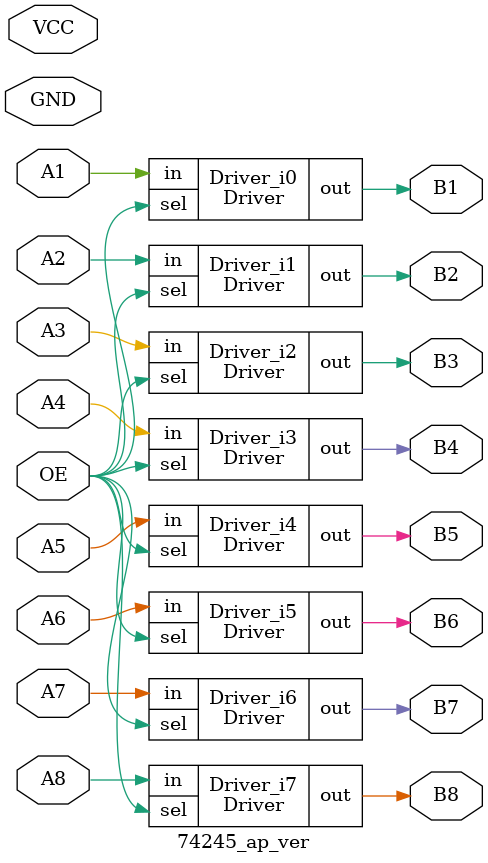
<source format=v>
/*
 * Generated by Digital. Don't modify this file!
 * Any changes will be lost if this file is regenerated.
 */

module Driver
(
    input in,
    input sel,
    output out
);
    assign out = (sel == 1'b1)? in : 1'bz;
endmodule

module \74245_ap_ver  (
  input OE,
  input A1,
  input A2,
  input A3,
  input A4,
  input A5,
  input A6,
  input A7,
  input A8,
  input VCC,
  input GND,
  output B1,
  output B2,
  output B3,
  output B4,
  output B5,
  output B6,
  output B7,
  output B8
);
  Driver Driver_i0 (
    .in( A1 ),
    .sel( OE ),
    .out( B1 )
  );
  Driver Driver_i1 (
    .in( A2 ),
    .sel( OE ),
    .out( B2 )
  );
  Driver Driver_i2 (
    .in( A3 ),
    .sel( OE ),
    .out( B3 )
  );
  Driver Driver_i3 (
    .in( A4 ),
    .sel( OE ),
    .out( B4 )
  );
  Driver Driver_i4 (
    .in( A5 ),
    .sel( OE ),
    .out( B5 )
  );
  Driver Driver_i5 (
    .in( A6 ),
    .sel( OE ),
    .out( B6 )
  );
  Driver Driver_i6 (
    .in( A7 ),
    .sel( OE ),
    .out( B7 )
  );
  Driver Driver_i7 (
    .in( A8 ),
    .sel( OE ),
    .out( B8 )
  );
endmodule

</source>
